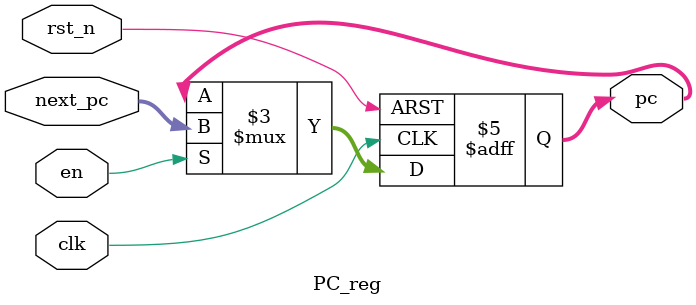
<source format=sv>

module PC_reg#(
    parameter int unsigned PC_WIDTH = 32
)(
    input  logic               clk,
    input  logic               rst_n,
    input  logic               en,
    input  logic[PC_WIDTH-1:0] next_pc,
    output logic[PC_WIDTH-1:0] pc
);

always_ff @(posedge clk or negedge rst_n) begin
    if (~rst_n) begin
        pc <= {PC_WIDTH{1'b0}};
    end else if (en) begin
        pc <= next_pc;
    end
end 

endmodule 
</source>
